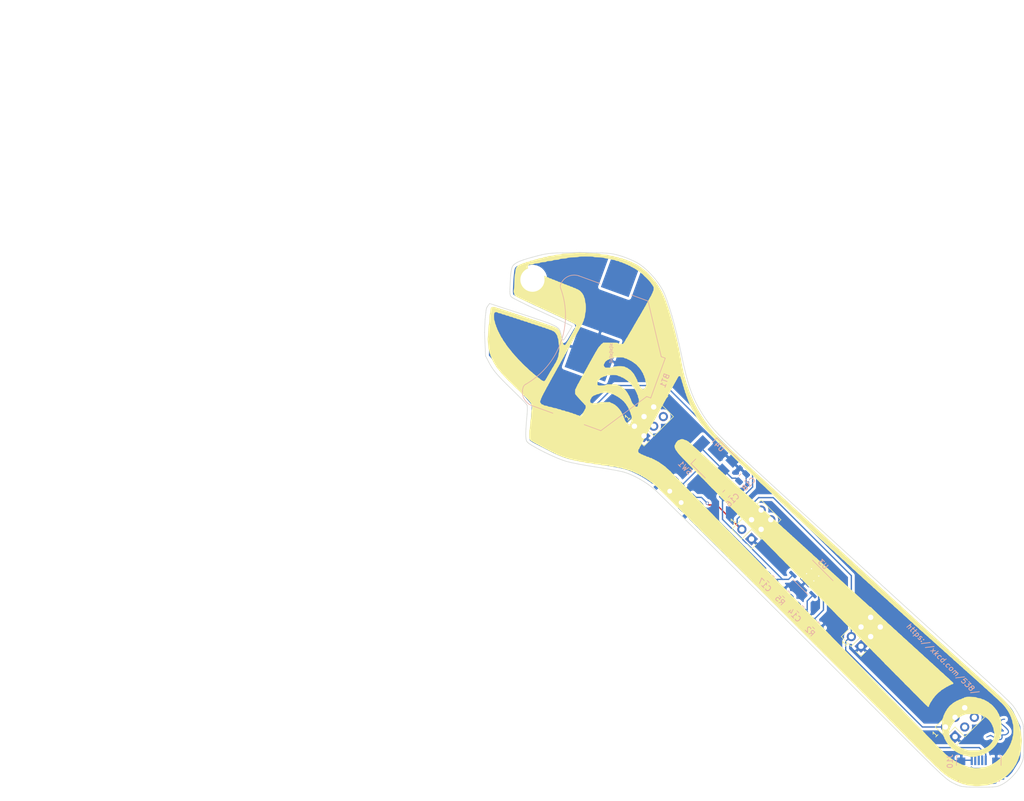
<source format=kicad_pcb>
(kicad_pcb (version 20171130) (host pcbnew 5.1.2)
  (layers (0 F.Cu signal) (31 B.Cu signal) (34 B.Paste user) (35 F.Paste user) (36 B.SilkS user) (37 F.SilkS user) (38 B.Mask user) (39 F.Mask user) (44 Edge.Cuts user))
  (net 0 "")
  (net 1 VDDA)
  (net 2 VSS)
  (net 3 "Net-(C14-Pad2)")
  (net 4 "Net-(C14-Pad1)")
  (net 5 +3V3)
  (net 6 "Net-(J1-Pad6)")
  (net 7 "Net-(J1-Pad5)")
  (net 8 "Net-(J1-Pad4)")
  (net 9 "Net-(J1-Pad3)")
  (net 10 VDD)
  (net 11 "Net-(J2-Pad3)")
  (net 12 "Net-(J2-Pad4)")
  (net 13 "Net-(J2-Pad5)")
  (net 14 "Net-(J2-Pad6)")
  (net 15 "Net-(J3-Pad3)")
  (net 16 "Net-(J3-Pad4)")
  (net 17 "Net-(J3-Pad5)")
  (net 18 "Net-(J3-Pad6)")
  (net 19 "Net-(J4-Pad6)")
  (net 20 "Net-(J4-Pad5)")
  (net 21 "Net-(J4-Pad4)")
  (net 22 "Net-(J4-Pad3)")
  (net 23 "Net-(J10-Pad4)")
  (net 24 "Net-(J10-Pad2)")
  (net 25 "Net-(J10-Pad3)")
  (net 26 "Net-(R2-Pad1)")
  (net 27 "Net-(SW1-Pad1)")
  (net 28 "Net-(U3-Pad6)")
  (net 29 "Net-(U3-Pad7)")
  (module MountingHole:MountingHole_4.5mm (layer F.Cu) (at 96.32 50.68)
    (fp_text reference REF** hide)
    (fp_text value MountingHole_4.5mm)
    (pad 1 np_thru_hole circle (at 0 0) (size 4.5 4.5) (drill 4.5) (layers *.Cu *.Mask))
  )
  (module NFCBuisness:W (layer B.Cu) (at 183.99 135.67 225)
    (fp_text reference Ref** hide)
    (fp_text value Val** hide)
    (fp_poly (pts (xy -1.630587 2.420899) (xy -1.447524 2.328559) (xy -1.311592 2.194757) (xy -1.304211 2.183555) (xy -1.265704 2.11344) (xy -1.244213 2.038839) (xy -1.23774 1.938094) (xy -1.244287 1.789546) (xy -1.255088 1.651) (xy -1.268682 1.442824) (xy -1.279873 1.184894) (xy -1.287394 0.912114) (xy -1.289962 0.690936) (xy -1.289221 0.458958) (xy -1.284387 0.294975) (xy -1.273305 0.182336) (xy -1.25382 0.10439) (xy -1.223775 0.044488) (xy -1.202268 0.013603) (xy -1.116398 -0.071274) (xy -1.002822 -0.111004) (xy -0.929984 -0.119227) (xy -0.68211 -0.100096) (xy -0.454281 -0.00289) (xy -0.240656 0.175182) (xy -0.185776 0.236175) (xy -0.081108 0.349759) (xy 0.009066 0.431822) (xy 0.066141 0.465547) (xy 0.068112 0.465666) (xy 0.123755 0.432548) (xy 0.197182 0.348904) (xy 0.229505 0.301607) (xy 0.376869 0.110873) (xy 0.526913 -0.003226) (xy 0.674284 -0.03902) (xy 0.813631 0.005163) (xy 0.907971 0.089777) (xy 0.988653 0.198585) (xy 1.058934 0.326542) (xy 1.126082 0.490779) (xy 1.197364 0.708426) (xy 1.255985 0.910166) (xy 1.31545 1.12099) (xy 1.377683 1.340443) (xy 1.431333 1.528529) (xy 1.442246 1.566558) (xy 1.521416 1.84195) (xy 1.949565 2.005418) (xy 2.167567 2.084028) (xy 2.315998 2.126297) (xy 2.401001 2.133773) (xy 2.422145 2.124455) (xy 2.452677 2.065526) (xy 2.41974 2.005855) (xy 2.317286 1.940366) (xy 2.13927 1.863979) (xy 2.089887 1.8454) (xy 1.930263 1.78316) (xy 1.799296 1.726134) (xy 1.71927 1.684217) (xy 1.708527 1.676067) (xy 1.680315 1.619963) (xy 1.636526 1.498254) (xy 1.582553 1.327363) (xy 1.52379 1.123712) (xy 1.507251 1.063196) (xy 1.396737 0.68139) (xy 1.290651 0.376432) (xy 1.184846 0.140938) (xy 1.075173 -0.032475) (xy 0.957485 -0.15119) (xy 0.827635 -0.222591) (xy 0.776069 -0.238398) (xy 0.602379 -0.241191) (xy 0.418574 -0.174646) (xy 0.246259 -0.047924) (xy 0.192569 0.009056) (xy 0.041511 0.185533) (xy -0.128458 0.008645) (xy -0.312966 -0.157866) (xy -0.496288 -0.260737) (xy -0.709082 -0.314778) (xy -0.823587 -0.327186) (xy -0.981029 -0.333485) (xy -1.090094 -0.317957) (xy -1.185756 -0.27362) (xy -1.227666 -0.246552) (xy -1.355913 -0.118677) (xy -1.447302 0.068507) (xy -1.502345 0.318683) (xy -1.521551 0.635539) (xy -1.505431 1.022758) (xy -1.460818 1.436924) (xy -1.432055 1.688127) (xy -1.424811 1.871541) (xy -1.442863 2.002167) (xy -1.489991 2.095003) (xy -1.569973 2.165049) (xy -1.656298 2.212878) (xy -1.801342 2.257899) (xy -1.939703 2.239415) (xy -2.087459 2.15265) (xy -2.203421 2.05035) (xy -2.298884 1.96489) (xy -2.361491 1.934189) (xy -2.413708 1.94891) (xy -2.426473 1.957639) (xy -2.473927 2.002339) (xy -2.467648 2.051331) (xy -2.429475 2.110518) (xy -2.32004 2.223928) (xy -2.167499 2.330713) (xy -2.002595 2.413218) (xy -1.856072 2.453788) (xy -1.829026 2.455333) (xy -1.630587 2.420899)) (layer B.Cu) (width 0.01))
  )
  (module LOGO (layer F.Cu) (at 0 0)
    (fp_text reference G*** hide)
    (fp_text value LOGO hide)
  )
  (module LOGO (layer F.Cu) (at 136.7 96)
    (fp_text reference G*** hide)
    (fp_text value LOGO hide)
  )
  (module Battery:BatteryHolder_Keystone_3008_1x2450 (layer B.Cu) (at 107.432908 64.542703 70)
    (fp_text reference BT1 (at 0 14.4 70) (layer B.SilkS) (effects (justify mirror)))
    (fp_text value Battery_Cell)
    (pad 1 smd rect (at -15.3 0 70) (size 6 5.5) (layers B.Cu B.Paste B.Mask) (net 1 VDDA))
    (pad 1 smd rect (at 15.3 0 70) (size 6 5.5) (layers B.Cu B.Paste B.Mask))
    (pad 2 smd rect (at 0 0 70) (size 8 8) (layers B.Cu B.Mask) (net 2 VSS))
  )
  (module Capacitor_SMD:C_0805_2012Metric (layer B.Cu) (at 146.237087 112.037087 315)
    (fp_text reference C14 (at 0 1.65 135) (layer B.SilkS) (effects (justify mirror)))
    (fp_text value 10uF)
    (pad 2 smd roundrect (at 0.9375 0 315) (size 0.975 1.4) (layers B.Cu B.Paste B.Mask) (net 3 "Net-(C14-Pad2)"))
    (pad 1 smd roundrect (at -0.9375 0 315) (size 0.975 1.4) (layers B.Cu B.Paste B.Mask) (net 4 "Net-(C14-Pad1)"))
  )
  (module Capacitor_SMD:C_0805_2012Metric (layer B.Cu) (at 132.437087 90.562913 45)
    (fp_text reference C16 (at 0 1.65 45) (layer B.SilkS) (effects (justify mirror)))
    (fp_text value 1uF)
    (pad 1 smd roundrect (at -0.9375 0 45) (size 0.975 1.4) (layers B.Cu B.Paste B.Mask) (net 1 VDDA))
    (pad 2 smd roundrect (at 0.9375 0 45) (size 0.975 1.4) (layers B.Cu B.Paste B.Mask) (net 2 VSS))
  )
  (module Capacitor_SMD:C_0805_2012Metric (layer B.Cu) (at 140.7 106.4 315)
    (fp_text reference C17 (at 0 1.65 135) (layer B.SilkS) (effects (justify mirror)))
    (fp_text value 10uF)
    (pad 1 smd roundrect (at -0.9375 0 315) (size 0.975 1.4) (layers B.Cu B.Paste B.Mask) (net 2 VSS))
    (pad 2 smd roundrect (at 0.9375 0 315) (size 0.975 1.4) (layers B.Cu B.Paste B.Mask) (net 1 VDDA))
  )
  (module Capacitor_SMD:C_0805_2012Metric (layer B.Cu) (at 135.437087 87.562913 45)
    (fp_text reference C18 (at 0 1.65 45) (layer B.SilkS) (effects (justify mirror)))
    (fp_text value 1uF)
    (pad 2 smd roundrect (at 0.9375 0 45) (size 0.975 1.4) (layers B.Cu B.Paste B.Mask) (net 2 VSS))
    (pad 1 smd roundrect (at -0.9375 0 45) (size 0.975 1.4) (layers B.Cu B.Paste B.Mask) (net 5 +3V3))
  )
  (module Connector_PinHeader_2.54mm:PinHeader_2x03_P2.54mm_Vertical (layer F.Cu) (at 174.99 135.8 135)
    (fp_text reference J1 hide)
    (fp_text value Conn_02x03_Odd_Even)
    (pad 6 thru_hole oval (at 2.54 5.08 135) (size 1.7 1.7) (drill 1) (layers *.Cu *.Mask) (net 6 "Net-(J1-Pad6)"))
    (pad 5 thru_hole oval (at 0 5.08 135) (size 1.7 1.7) (drill 1) (layers *.Cu *.Mask) (net 7 "Net-(J1-Pad5)"))
    (pad 4 thru_hole oval (at 2.54 2.54 135) (size 1.7 1.7) (drill 1) (layers *.Cu *.Mask) (net 8 "Net-(J1-Pad4)"))
    (pad 3 thru_hole oval (at 0 2.54 135) (size 1.7 1.7) (drill 1) (layers *.Cu *.Mask) (net 9 "Net-(J1-Pad3)"))
    (pad 2 thru_hole oval (at 2.54 0 135) (size 1.7 1.7) (drill 1) (layers *.Cu *.Mask) (net 10 VDD))
    (pad 1 thru_hole rect (at 0 0 135) (size 1.7 1.7) (drill 1) (layers *.Cu *.Mask) (net 2 VSS))
  )
  (module Connector_PinHeader_2.54mm:PinHeader_2x03_P2.54mm_Vertical (layer F.Cu) (at 137.1 98.982102 135)
    (fp_text reference J2 hide)
    (fp_text value Conn_02x03_Odd_Even)
    (pad 1 thru_hole rect (at 0 0 135) (size 1.7 1.7) (drill 1) (layers *.Cu *.Mask) (net 2 VSS))
    (pad 2 thru_hole oval (at 2.54 0 135) (size 1.7 1.7) (drill 1) (layers *.Cu *.Mask) (net 10 VDD))
    (pad 3 thru_hole oval (at 0 2.54 135) (size 1.7 1.7) (drill 1) (layers *.Cu *.Mask) (net 11 "Net-(J2-Pad3)"))
    (pad 4 thru_hole oval (at 2.54 2.54 135) (size 1.7 1.7) (drill 1) (layers *.Cu *.Mask) (net 12 "Net-(J2-Pad4)"))
    (pad 5 thru_hole oval (at 0 5.08 135) (size 1.7 1.7) (drill 1) (layers *.Cu *.Mask) (net 13 "Net-(J2-Pad5)"))
    (pad 6 thru_hole oval (at 2.54 5.08 135) (size 1.7 1.7) (drill 1) (layers *.Cu *.Mask) (net 14 "Net-(J2-Pad6)"))
  )
  (module Connector_PinHeader_2.54mm:PinHeader_2x03_P2.54mm_Vertical (layer F.Cu) (at 117.093949 79.776051 135)
    (fp_text reference J3 (at 1.27 -2.33 315) (layer F.SilkS))
    (fp_text value Conn_02x03_Odd_Even)
    (pad 1 thru_hole rect (at 0 0 135) (size 1.7 1.7) (drill 1) (layers *.Cu *.Mask) (net 2 VSS))
    (pad 2 thru_hole oval (at 2.54 0 135) (size 1.7 1.7) (drill 1) (layers *.Cu *.Mask) (net 10 VDD))
    (pad 3 thru_hole oval (at 0 2.54 135) (size 1.7 1.7) (drill 1) (layers *.Cu *.Mask) (net 15 "Net-(J3-Pad3)"))
    (pad 4 thru_hole oval (at 2.54 2.54 135) (size 1.7 1.7) (drill 1) (layers *.Cu *.Mask) (net 16 "Net-(J3-Pad4)"))
    (pad 5 thru_hole oval (at 0 5.08 135) (size 1.7 1.7) (drill 1) (layers *.Cu *.Mask) (net 17 "Net-(J3-Pad5)"))
    (pad 6 thru_hole oval (at 2.54 5.08 135) (size 1.7 1.7) (drill 1) (layers *.Cu *.Mask) (net 18 "Net-(J3-Pad6)"))
  )
  (module Connector_PinHeader_2.54mm:PinHeader_2x03_P2.54mm_Vertical (layer F.Cu) (at 157.483949 118.966051 135)
    (fp_text reference J4 hide)
    (fp_text value Conn_02x03_Odd_Even)
    (pad 6 thru_hole oval (at 2.54 5.08 135) (size 1.7 1.7) (drill 1) (layers *.Cu *.Mask) (net 19 "Net-(J4-Pad6)"))
    (pad 5 thru_hole oval (at 0 5.08 135) (size 1.7 1.7) (drill 1) (layers *.Cu *.Mask) (net 20 "Net-(J4-Pad5)"))
    (pad 4 thru_hole oval (at 2.54 2.54 135) (size 1.7 1.7) (drill 1) (layers *.Cu *.Mask) (net 21 "Net-(J4-Pad4)"))
    (pad 3 thru_hole oval (at 0 2.54 135) (size 1.7 1.7) (drill 1) (layers *.Cu *.Mask) (net 22 "Net-(J4-Pad3)"))
    (pad 2 thru_hole oval (at 2.54 0 135) (size 1.7 1.7) (drill 1) (layers *.Cu *.Mask) (net 10 VDD))
    (pad 1 thru_hole rect (at 0 0 135) (size 1.7 1.7) (drill 1) (layers *.Cu *.Mask) (net 2 VSS))
  )
  (module CH552:USB_Micro-B_Jing (layer B.Cu) (at 179.4 142.3 180)
    (fp_text reference J10 (at 5.35 1.9 90) (layer B.SilkS) (effects (justify mirror)))
    (fp_text value USB_B_Micro)
    (pad 6 smd rect (at 1.5 -1.95 180) (size 1.1 1) (layers B.Cu B.Paste B.Mask) (net 2 VSS))
    (pad 6 smd rect (at -1.5 -1.95 180) (size 1.1 1) (layers B.Cu B.Paste B.Mask) (net 2 VSS))
    (pad 6 smd rect (at 4.075 -0.77 180) (size 1.35 1.5) (layers B.Cu B.Paste B.Mask) (net 2 VSS))
    (pad 6 smd rect (at -4.075 -0.77 180) (size 1.35 1.5) (layers B.Cu B.Paste B.Mask) (net 2 VSS))
    (pad "" np_thru_hole circle (at 2 1.45 180) (size 0.5 0.5) (drill 0.5) (layers *.Cu *.Mask))
    (pad "" np_thru_hole circle (at -2 1.45 180) (size 0.5 0.5) (drill 0.5) (layers *.Cu *.Mask))
    (pad 5 smd rect (at 1.3 2.1 180) (size 0.4 1.8) (layers B.Cu B.Paste B.Mask) (net 2 VSS))
    (pad 1 smd rect (at -1.3 2.1 180) (size 0.4 1.8) (layers B.Cu B.Paste B.Mask) (net 3 "Net-(C14-Pad2)"))
    (pad 4 smd rect (at 0.65 2.1 180) (size 0.4 1.8) (layers B.Cu B.Paste B.Mask) (net 23 "Net-(J10-Pad4)"))
    (pad 2 smd rect (at -0.65 2.1 180) (size 0.4 1.8) (layers B.Cu B.Paste B.Mask) (net 24 "Net-(J10-Pad2)"))
    (pad 3 smd rect (at 0 2.1 180) (size 0.4 1.8) (layers B.Cu B.Paste B.Mask) (net 25 "Net-(J10-Pad3)"))
    (pad 6 smd rect (at 3.25 1.9 180) (size 1.5 1.4) (layers B.Cu B.Paste B.Mask) (net 2 VSS))
    (pad 6 smd rect (at -3.25 1.9 180) (size 1.5 1.4) (layers B.Cu B.Paste B.Mask) (net 2 VSS))
  )
  (module Resistor_SMD:R_0805_2012Metric (layer B.Cu) (at 149.137087 115.037087 315)
    (fp_text reference R2 (at 0 1.65 135) (layer B.SilkS) (effects (justify mirror)))
    (fp_text value 1k)
    (pad 1 smd roundrect (at -0.9375 0 315) (size 0.975 1.4) (layers B.Cu B.Paste B.Mask) (net 26 "Net-(R2-Pad1)"))
    (pad 2 smd roundrect (at 0.9375 0 315) (size 0.975 1.4) (layers B.Cu B.Paste B.Mask) (net 2 VSS))
  )
  (module Resistor_SMD:R_0805_2012Metric (layer B.Cu) (at 143.562913 109.262913 315)
    (fp_text reference R5 (at 0 1.65 135) (layer B.SilkS) (effects (justify mirror)))
    (fp_text value 1.5)
    (pad 2 smd roundrect (at 0.9375 0 315) (size 0.975 1.4) (layers B.Cu B.Paste B.Mask) (net 4 "Net-(C14-Pad1)"))
    (pad 1 smd roundrect (at -0.9375 0 315) (size 0.975 1.4) (layers B.Cu B.Paste B.Mask) (net 2 VSS))
  )
  (module BreadBoardPwr:SK-3296S_switch (layer B.Cu) (at 122.93934 91.13934 315)
    (fp_text reference SW1 (at -2.54 -5.08 135) (layer B.SilkS) (effects (justify mirror)))
    (fp_text value SW_SPDT)
    (pad 4 smd rect (at -3.8 1.15 315) (size 0.8 0.9) (layers B.Cu B.Paste B.Mask))
    (pad 4 smd rect (at 3.8 1.15 315) (size 0.8 0.9) (layers B.Cu B.Paste B.Mask))
    (pad 4 smd rect (at 3.81 -1.15 315) (size 0.8 0.9) (layers B.Cu B.Paste B.Mask))
    (pad 4 smd rect (at -3.8 -1.15 315) (size 0.8 0.9) (layers B.Cu B.Paste B.Mask))
    (pad 1 smd rect (at -2.25 -2.125 315) (size 0.9 1.25) (layers B.Cu B.Paste B.Mask) (net 27 "Net-(SW1-Pad1)"))
    (pad 2 smd rect (at -0.75 -2.125 315) (size 0.9 1.25) (layers B.Cu B.Paste B.Mask) (net 5 +3V3))
    (pad 3 smd rect (at 2.25 -2.125 315) (size 0.9 1.25) (layers B.Cu B.Paste B.Mask) (net 10 VDD))
    (pad "" np_thru_hole circle (at 1.5 0 315) (size 0.9 0.9) (drill 0.9) (layers *.Cu *.Mask))
    (pad "" np_thru_hole circle (at -1.5 0 315) (size 0.9 0.9) (drill 0.9) (layers *.Cu *.Mask))
  )
  (module Package_SO:HSOP-8-1EP_3.9x4.9mm_P1.27mm_EP2.41x3.1mm_ThermalVias (layer B.Cu) (at 148.02482 106.122846 135)
    (fp_text reference U3 (at 0 3.4 135) (layer B.SilkS) (effects (justify mirror)))
    (fp_text value HX4056)
    (pad 9 smd roundrect (at 0 0 135) (size 2.41 3.1) (layers B.Cu B.Mask) (roundrect_rratio 0.103734) (net 2 VSS))
    (pad 9 thru_hole circle (at -0.955 1.3 135) (size 0.5 0.5) (drill 0.2) (layers *.Cu) (net 2 VSS))
    (pad 9 thru_hole circle (at 0.955 1.3 135) (size 0.5 0.5) (drill 0.2) (layers *.Cu) (net 2 VSS))
    (pad 9 thru_hole circle (at -0.955 0 135) (size 0.5 0.5) (drill 0.2) (layers *.Cu) (net 2 VSS))
    (pad 9 thru_hole circle (at 0.955 0 135) (size 0.5 0.5) (drill 0.2) (layers *.Cu) (net 2 VSS))
    (pad 9 thru_hole circle (at -0.955 -1.3 135) (size 0.5 0.5) (drill 0.2) (layers *.Cu) (net 2 VSS))
    (pad 9 thru_hole circle (at 0.955 -1.3 135) (size 0.5 0.5) (drill 0.2) (layers *.Cu) (net 2 VSS))
    (pad 9 smd roundrect (at 0 0 135) (size 2.41 3.1) (layers F.Cu) (roundrect_rratio 0.103734) (net 2 VSS))
    (pad 1 smd roundrect (at -2.65 1.905 135) (size 1.6 0.6) (layers B.Cu B.Paste B.Mask))
    (pad 2 smd roundrect (at -2.65 0.635 135) (size 1.6 0.6) (layers B.Cu B.Paste B.Mask) (net 26 "Net-(R2-Pad1)"))
    (pad 3 smd roundrect (at -2.65 -0.635 135) (size 1.6 0.6) (layers B.Cu B.Paste B.Mask) (net 2 VSS))
    (pad 4 smd roundrect (at -2.65 -1.905 135) (size 1.6 0.6) (layers B.Cu B.Paste B.Mask) (net 3 "Net-(C14-Pad2)"))
    (pad 5 smd roundrect (at 2.65 -1.905 135) (size 1.6 0.6) (layers B.Cu B.Paste B.Mask) (net 1 VDDA))
    (pad 6 smd roundrect (at 2.65 -0.635 135) (size 1.6 0.6) (layers B.Cu B.Paste B.Mask) (net 28 "Net-(U3-Pad6)"))
    (pad 7 smd roundrect (at 2.65 0.635 135) (size 1.6 0.6) (layers B.Cu B.Paste B.Mask) (net 29 "Net-(U3-Pad7)"))
    (pad 8 smd roundrect (at 2.65 1.905 135) (size 1.6 0.6) (layers B.Cu B.Paste B.Mask))
  )
  (module Package_TO_SOT_SMD:SOT-223-3_TabPin2 (layer B.Cu) (at 129.6 83.9 135)
    (fp_text reference U4 (at 0.424264 2.545584 135) (layer B.SilkS) (effects (justify mirror)))
    (fp_text value TLV1117-33)
    (pad 2 smd rect (at 3.15 0 135) (size 2 3.8) (layers B.Cu B.Paste B.Mask) (net 5 +3V3))
    (pad 2 smd rect (at -3.15 0 135) (size 2 1.5) (layers B.Cu B.Paste B.Mask) (net 5 +3V3))
    (pad 3 smd rect (at -3.15 -2.3 135) (size 2 1.5) (layers B.Cu B.Paste B.Mask) (net 1 VDDA))
    (pad 1 smd rect (at -3.15 2.3 135) (size 2 1.5) (layers B.Cu B.Paste B.Mask) (net 2 VSS))
  )
  (gr_text https://xkcd.com/538/ (at 172.62 121.38 315) (layer B.SilkS) (effects (font (size 1 1) (thickness 0.15) italic)))
  (gr_text 1 (at 113.98 76.32 45) (layer F.SilkS) (effects (font (size 1 1))))
  (gr_text 1 (at 133.69 95.64 45) (layer F.SilkS) (effects (font (size 1 1))))
  (gr_text 1 (at 154.44 118.44 45) (layer F.SilkS) (effects (font (size 1 1))))
  (gr_text 1 (at 171.28 135.32 45) (layer F.SilkS) (effects (font (size 1 1))))
  (gr_text jlcjlcjlcjlc (at 110.94 64.34 90) (layer B.SilkS) (effects (font (size 0.5 0.5) (thickness 0.1))))
  (gr_text "1\n" (at 121.01 72.26 45) (layer F.SilkS) (effects (font (size 1 1))))
  (gr_line (start 109.479013 85.788962) (end 107.918388 85.542682) (layer Edge.Cuts) (width 0.1))
  (gr_line (start 175.182541 144.69739) (end 174.542667 144.396244) (layer Edge.Cuts) (width 0.1))
  (gr_line (start 174.542667 144.396244) (end 174.248565 144.237975) (layer Edge.Cuts) (width 0.1))
  (gr_line (start 174.248565 144.237975) (end 173.93922 144.044209) (layer Edge.Cuts) (width 0.1))
  (gr_line (start 173.93922 144.044209) (end 173.590283 143.792169) (layer Edge.Cuts) (width 0.1))
  (gr_line (start 173.590283 143.792169) (end 173.177404 143.45908) (layer Edge.Cuts) (width 0.1))
  (gr_line (start 173.177404 143.45908) (end 172.676235 143.022168) (layer Edge.Cuts) (width 0.1))
  (gr_line (start 172.676235 143.022168) (end 172.062426 142.458656) (layer Edge.Cuts) (width 0.1))
  (gr_line (start 172.062426 142.458656) (end 170.39949 140.860734) (layer Edge.Cuts) (width 0.1))
  (gr_line (start 170.39949 140.860734) (end 167.993802 138.483111) (layer Edge.Cuts) (width 0.1))
  (gr_line (start 167.993802 138.483111) (end 160.174991 130.659951) (layer Edge.Cuts) (width 0.1))
  (gr_line (start 160.174991 130.659951) (end 147.062225 117.546753) (layer Edge.Cuts) (width 0.1))
  (gr_line (start 147.062225 117.546753) (end 134.442809 104.967257) (layer Edge.Cuts) (width 0.1))
  (gr_line (start 134.442809 104.967257) (end 124.480119 95.074327) (layer Edge.Cuts) (width 0.1))
  (gr_line (start 124.480119 95.074327) (end 121.171101 91.808095) (layer Edge.Cuts) (width 0.1))
  (gr_line (start 121.171101 91.808095) (end 119.337528 90.020828) (layer Edge.Cuts) (width 0.1))
  (gr_line (start 119.337528 90.020828) (end 119.020774 89.731151) (layer Edge.Cuts) (width 0.1))
  (gr_line (start 119.020774 89.731151) (end 118.681037 89.443021) (layer Edge.Cuts) (width 0.1))
  (gr_line (start 118.681037 89.443021) (end 117.943692 88.8777) (layer Edge.Cuts) (width 0.1))
  (gr_line (start 117.943692 88.8777) (end 117.147637 88.337455) (layer Edge.Cuts) (width 0.1))
  (gr_line (start 117.147637 88.337455) (end 116.315017 87.834877) (layer Edge.Cuts) (width 0.1))
  (gr_line (start 116.315017 87.834877) (end 115.467978 87.382554) (layer Edge.Cuts) (width 0.1))
  (gr_line (start 115.467978 87.382554) (end 114.628665 86.993077) (layer Edge.Cuts) (width 0.1))
  (gr_line (start 114.628665 86.993077) (end 114.218826 86.82584) (layer Edge.Cuts) (width 0.1))
  (gr_line (start 114.218826 86.82584) (end 113.819223 86.679036) (layer Edge.Cuts) (width 0.1))
  (gr_line (start 113.819223 86.679036) (end 113.432624 86.554238) (layer Edge.Cuts) (width 0.1))
  (gr_line (start 113.432624 86.554238) (end 113.061798 86.453021) (layer Edge.Cuts) (width 0.1))
  (gr_line (start 113.061798 86.453021) (end 112.219485 86.274002) (layer Edge.Cuts) (width 0.1))
  (gr_line (start 112.219485 86.274002) (end 110.968968 86.042693) (layer Edge.Cuts) (width 0.1))
  (gr_line (start 110.968968 86.042693) (end 109.479013 85.788962) (layer Edge.Cuts) (width 0.1))
  (gr_line (start 107.918388 85.542682) (end 106.347884 85.288754) (layer Edge.Cuts) (width 0.1))
  (gr_line (start 106.347884 85.288754) (end 104.831032 85.0142) (layer Edge.Cuts) (width 0.1))
  (gr_line (start 104.831032 85.0142) (end 103.540708 84.752071) (layer Edge.Cuts) (width 0.1))
  (gr_line (start 103.540708 84.752071) (end 102.649788 84.535418) (layer Edge.Cuts) (width 0.1))
  (gr_line (start 102.649788 84.535418) (end 102.002139 84.323233) (layer Edge.Cuts) (width 0.1))
  (gr_line (start 102.002139 84.323233) (end 101.23848 84.03115) (layer Edge.Cuts) (width 0.1))
  (gr_line (start 101.23848 84.03115) (end 100.392933 83.675095) (layer Edge.Cuts) (width 0.1))
  (gr_line (start 100.392933 83.675095) (end 99.499621 83.270996) (layer Edge.Cuts) (width 0.1))
  (gr_line (start 99.499621 83.270996) (end 98.592667 82.834782) (layer Edge.Cuts) (width 0.1))
  (gr_line (start 98.592667 82.834782) (end 97.706195 82.382378) (layer Edge.Cuts) (width 0.1))
  (gr_line (start 97.706195 82.382378) (end 96.874328 81.929713) (layer Edge.Cuts) (width 0.1))
  (gr_line (start 96.874328 81.929713) (end 96.131188 81.492715) (layer Edge.Cuts) (width 0.1))
  (gr_line (start 96.131188 81.492715) (end 95.82224 81.298176) (layer Edge.Cuts) (width 0.1))
  (gr_line (start 95.82224 81.298176) (end 95.584605 81.133278) (layer Edge.Cuts) (width 0.1))
  (gr_line (start 95.584605 81.133278) (end 95.40802 80.982318) (layer Edge.Cuts) (width 0.1))
  (gr_line (start 95.40802 80.982318) (end 95.28222 80.829596) (layer Edge.Cuts) (width 0.1))
  (gr_line (start 95.28222 80.829596) (end 95.196942 80.65941) (layer Edge.Cuts) (width 0.1))
  (gr_line (start 95.196942 80.65941) (end 95.141922 80.456058) (layer Edge.Cuts) (width 0.1))
  (gr_line (start 95.141922 80.456058) (end 95.106895 80.203838) (layer Edge.Cuts) (width 0.1))
  (gr_line (start 95.106895 80.203838) (end 95.081598 79.88705) (layer Edge.Cuts) (width 0.1))
  (gr_line (start 95.081598 79.88705) (end 95.073813 79.320306) (layer Edge.Cuts) (width 0.1))
  (gr_line (start 95.073813 79.320306) (end 95.102345 78.516432) (layer Edge.Cuts) (width 0.1))
  (gr_line (start 95.102345 78.516432) (end 95.161774 77.582451) (layer Edge.Cuts) (width 0.1))
  (gr_line (start 95.161774 77.582451) (end 95.246678 76.625385) (layer Edge.Cuts) (width 0.1))
  (gr_line (start 95.246678 76.625385) (end 95.324746 75.714719) (layer Edge.Cuts) (width 0.1))
  (gr_line (start 95.324746 75.714719) (end 95.363381 74.925799) (layer Edge.Cuts) (width 0.1))
  (gr_line (start 95.363381 74.925799) (end 95.360514 74.338551) (layer Edge.Cuts) (width 0.1))
  (gr_line (start 95.360514 74.338551) (end 95.342871 74.145531) (layer Edge.Cuts) (width 0.1))
  (gr_line (start 95.342871 74.145531) (end 95.314078 74.0329) (layer Edge.Cuts) (width 0.1))
  (gr_line (start 95.314078 74.0329) (end 95.22879 73.915973) (layer Edge.Cuts) (width 0.1))
  (gr_line (start 95.22879 73.915973) (end 95.04846 73.709327) (layer Edge.Cuts) (width 0.1))
  (gr_line (start 95.04846 73.709327) (end 94.447283 73.072871) (layer Edge.Cuts) (width 0.1))
  (gr_line (start 94.447283 73.072871) (end 93.599761 72.215525) (layer Edge.Cuts) (width 0.1))
  (gr_line (start 93.599761 72.215525) (end 92.595108 71.229281) (layer Edge.Cuts) (width 0.1))
  (gr_line (start 92.595108 71.229281) (end 91.61169 70.268944) (layer Edge.Cuts) (width 0.1))
  (gr_line (start 91.61169 70.268944) (end 90.804108 69.458792) (layer Edge.Cuts) (width 0.1))
  (gr_line (start 90.804108 69.458792) (end 90.145853 68.767509) (layer Edge.Cuts) (width 0.1))
  (gr_line (start 90.145853 68.767509) (end 89.610417 68.163781) (layer Edge.Cuts) (width 0.1))
  (gr_line (start 89.610417 68.163781) (end 89.171289 67.616293) (layer Edge.Cuts) (width 0.1))
  (gr_line (start 89.171289 67.616293) (end 88.801961 67.093731) (layer Edge.Cuts) (width 0.1))
  (gr_line (start 88.801961 67.093731) (end 88.475923 66.56478) (layer Edge.Cuts) (width 0.1))
  (gr_line (start 88.475923 66.56478) (end 88.166668 65.998125) (layer Edge.Cuts) (width 0.1))
  (gr_line (start 88.166668 65.998125) (end 87.589228 64.887008) (layer Edge.Cuts) (width 0.1))
  (gr_line (start 87.589228 64.887008) (end 87.4 60.522726) (layer Edge.Cuts) (width 0.1))
  (gr_line (start 87.4 60.522726) (end 87.5 58.1) (layer Edge.Cuts) (width 0.1))
  (gr_line (start 87.5 58.1) (end 87.58 57.360704) (layer Edge.Cuts) (width 0.1))
  (gr_line (start 87.58 57.360704) (end 87.646634 56.771653) (layer Edge.Cuts) (width 0.1))
  (gr_line (start 87.646634 56.771653) (end 87.693191 56.346067) (layer Edge.Cuts) (width 0.1))
  (gr_line (start 87.693191 56.346067) (end 87.758883 56.042534) (layer Edge.Cuts) (width 0.1))
  (gr_line (start 87.758883 56.042534) (end 87.846887 55.819647) (layer Edge.Cuts) (width 0.1))
  (gr_line (start 87.846887 55.819647) (end 87.960378 55.635995) (layer Edge.Cuts) (width 0.1))
  (gr_line (start 87.960378 55.635995) (end 88.334378 55.113545) (layer Edge.Cuts) (width 0.1))
  (gr_line (start 88.334378 55.113545) (end 92.920828 56.612174) (layer Edge.Cuts) (width 0.1))
  (gr_line (start 92.920828 56.612174) (end 95.782336 57.547913) (layer Edge.Cuts) (width 0.1))
  (gr_line (start 95.782336 57.547913) (end 97.911532 58.260363) (layer Edge.Cuts) (width 0.1))
  (gr_line (start 97.911532 58.260363) (end 98.737304 58.551352) (layer Edge.Cuts) (width 0.1))
  (gr_line (start 98.737304 58.551352) (end 99.422949 58.808716) (layer Edge.Cuts) (width 0.1))
  (gr_line (start 99.422949 58.808716) (end 99.982782 59.039855) (layer Edge.Cuts) (width 0.1))
  (gr_line (start 99.982782 59.039855) (end 100.431121 59.252166) (layer Edge.Cuts) (width 0.1))
  (gr_line (start 100.431121 59.252166) (end 100.782281 59.45305) (layer Edge.Cuts) (width 0.1))
  (gr_line (start 100.782281 59.45305) (end 101.050579 59.649906) (layer Edge.Cuts) (width 0.1))
  (gr_line (start 101.050579 59.649906) (end 101.250333 59.850132) (layer Edge.Cuts) (width 0.1))
  (gr_line (start 101.250333 59.850132) (end 101.395858 60.061127) (layer Edge.Cuts) (width 0.1))
  (gr_line (start 101.395858 60.061127) (end 101.501472 60.290292) (layer Edge.Cuts) (width 0.1))
  (gr_line (start 101.501472 60.290292) (end 101.58149 60.545024) (layer Edge.Cuts) (width 0.1))
  (gr_line (start 101.58149 60.545024) (end 101.722008 61.160788) (layer Edge.Cuts) (width 0.1))
  (gr_line (start 101.722008 61.160788) (end 101.8063 61.527729) (layer Edge.Cuts) (width 0.1))
  (gr_line (start 101.8063 61.527729) (end 101.881838 61.78247) (layer Edge.Cuts) (width 0.1))
  (gr_line (start 101.881838 61.78247) (end 101.920988 61.865528) (layer Edge.Cuts) (width 0.1))
  (gr_line (start 101.920988 61.865528) (end 101.963545 61.91785) (layer Edge.Cuts) (width 0.1))
  (gr_line (start 101.963545 61.91785) (end 102.011374 61.938542) (layer Edge.Cuts) (width 0.1))
  (gr_line (start 102.011374 61.938542) (end 102.066339 61.926708) (layer Edge.Cuts) (width 0.1))
  (gr_line (start 102.066339 61.926708) (end 102.130307 61.881452) (layer Edge.Cuts) (width 0.1))
  (gr_line (start 102.130307 61.881452) (end 102.205141 61.80188) (layer Edge.Cuts) (width 0.1))
  (gr_line (start 102.205141 61.80188) (end 102.394872 61.536206) (layer Edge.Cuts) (width 0.1))
  (gr_line (start 102.394872 61.536206) (end 102.986798 60.553668) (layer Edge.Cuts) (width 0.1))
  (gr_line (start 102.986798 60.553668) (end 103.705828 59.331441) (layer Edge.Cuts) (width 0.1))
  (gr_line (start 103.705828 59.331441) (end 102.963988 58.966699) (layer Edge.Cuts) (width 0.1))
  (gr_line (start 102.963988 58.966699) (end 101.055075 58.073846) (layer Edge.Cuts) (width 0.1))
  (gr_line (start 101.055075 58.073846) (end 97.507278 56.43939) (layer Edge.Cuts) (width 0.1))
  (gr_line (start 97.507278 56.43939) (end 95.647504 55.571178) (layer Edge.Cuts) (width 0.1))
  (gr_line (start 95.647504 55.571178) (end 94.069151 54.805864) (layer Edge.Cuts) (width 0.1))
  (gr_line (start 94.069151 54.805864) (end 92.939016 54.226276) (layer Edge.Cuts) (width 0.1))
  (gr_line (start 92.939016 54.226276) (end 92.594155 54.032012) (layer Edge.Cuts) (width 0.1))
  (gr_line (start 92.594155 54.032012) (end 92.423898 53.915239) (layer Edge.Cuts) (width 0.1))
  (gr_line (start 92.423898 53.915239) (end 92.312822 53.791442) (layer Edge.Cuts) (width 0.1))
  (gr_line (start 92.312822 53.791442) (end 92.228924 53.650236) (layer Edge.Cuts) (width 0.1))
  (gr_line (start 92.228924 53.650236) (end 92.170156 53.467903) (layer Edge.Cuts) (width 0.1))
  (gr_line (start 92.170156 53.467903) (end 92.134471 53.220725) (layer Edge.Cuts) (width 0.1))
  (gr_line (start 92.134471 53.220725) (end 92.11982 52.884983) (layer Edge.Cuts) (width 0.1))
  (gr_line (start 92.11982 52.884983) (end 92.124156 52.436959) (layer Edge.Cuts) (width 0.1))
  (gr_line (start 92.124156 52.436959) (end 92.181598 51.109193) (layer Edge.Cuts) (width 0.1))
  (gr_line (start 92.181598 51.109193) (end 92.259018 49.928279) (layer Edge.Cuts) (width 0.1))
  (gr_line (start 92.259018 49.928279) (end 92.304738 49.467996) (layer Edge.Cuts) (width 0.1))
  (gr_line (start 92.304738 49.467996) (end 92.356949 49.083109) (layer Edge.Cuts) (width 0.1))
  (gr_line (start 92.356949 49.083109) (end 92.417015 48.765075) (layer Edge.Cuts) (width 0.1))
  (gr_line (start 92.417015 48.765075) (end 92.4863 48.505354) (layer Edge.Cuts) (width 0.1))
  (gr_line (start 92.4863 48.505354) (end 92.566166 48.295404) (layer Edge.Cuts) (width 0.1))
  (gr_line (start 92.566166 48.295404) (end 92.657978 48.126685) (layer Edge.Cuts) (width 0.1))
  (gr_line (start 92.657978 48.126685) (end 92.745411 48.00871) (layer Edge.Cuts) (width 0.1))
  (gr_line (start 92.745411 48.00871) (end 92.853125 47.893403) (layer Edge.Cuts) (width 0.1))
  (gr_line (start 92.853125 47.893403) (end 92.982572 47.780171) (layer Edge.Cuts) (width 0.1))
  (gr_line (start 92.982572 47.780171) (end 93.135203 47.66842) (layer Edge.Cuts) (width 0.1))
  (gr_line (start 93.135203 47.66842) (end 93.515824 47.446986) (layer Edge.Cuts) (width 0.1))
  (gr_line (start 93.515824 47.446986) (end 94.006603 47.224353) (layer Edge.Cuts) (width 0.1))
  (gr_line (start 94.006603 47.224353) (end 94.619154 46.995769) (layer Edge.Cuts) (width 0.1))
  (gr_line (start 94.619154 46.995769) (end 95.365091 46.756485) (layer Edge.Cuts) (width 0.1))
  (gr_line (start 95.365091 46.756485) (end 96.256027 46.501753) (layer Edge.Cuts) (width 0.1))
  (gr_line (start 96.256027 46.501753) (end 97.303578 46.226821) (layer Edge.Cuts) (width 0.1))
  (gr_line (start 97.303578 46.226821) (end 98.022275 46.050636) (layer Edge.Cuts) (width 0.1))
  (gr_line (start 98.022275 46.050636) (end 98.663394 45.915599) (layer Edge.Cuts) (width 0.1))
  (gr_line (start 98.663394 45.915599) (end 99.302603 45.81627) (layer Edge.Cuts) (width 0.1))
  (gr_line (start 99.302603 45.81627) (end 100.015568 45.747205) (layer Edge.Cuts) (width 0.1))
  (gr_line (start 100.015568 45.747205) (end 100.877955 45.702961) (layer Edge.Cuts) (width 0.1))
  (gr_line (start 100.877955 45.702961) (end 101.965432 45.678097) (layer Edge.Cuts) (width 0.1))
  (gr_line (start 101.965432 45.678097) (end 105.118318 45.6) (layer Edge.Cuts) (width 0.1))
  (gr_line (start 105.118318 45.6) (end 108.268422 45.677447) (layer Edge.Cuts) (width 0.1))
  (gr_line (start 108.268422 45.677447) (end 109.341145 45.701275) (layer Edge.Cuts) (width 0.1))
  (gr_line (start 109.341145 45.701275) (end 110.176492 45.743808) (layer Edge.Cuts) (width 0.1))
  (gr_line (start 110.176492 45.743808) (end 110.847596 45.81034) (layer Edge.Cuts) (width 0.1))
  (gr_line (start 110.847596 45.81034) (end 111.427589 45.906163) (layer Edge.Cuts) (width 0.1))
  (gr_line (start 111.427589 45.906163) (end 111.989606 46.036571) (layer Edge.Cuts) (width 0.1))
  (gr_line (start 111.989606 46.036571) (end 112.606778 46.206856) (layer Edge.Cuts) (width 0.1))
  (gr_line (start 112.606778 46.206856) (end 113.015161 46.332918) (layer Edge.Cuts) (width 0.1))
  (gr_line (start 113.015161 46.332918) (end 113.451953 46.483693) (layer Edge.Cuts) (width 0.1))
  (gr_line (start 113.451953 46.483693) (end 114.35656 46.836698) (layer Edge.Cuts) (width 0.1))
  (gr_line (start 114.35656 46.836698) (end 115.212196 47.220499) (layer Edge.Cuts) (width 0.1))
  (gr_line (start 115.212196 47.220499) (end 115.587774 47.409768) (layer Edge.Cuts) (width 0.1))
  (gr_line (start 115.587774 47.409768) (end 115.910458 47.589722) (layer Edge.Cuts) (width 0.1))
  (gr_line (start 115.910458 47.589722) (end 116.23316 47.793056) (layer Edge.Cuts) (width 0.1))
  (gr_line (start 116.23316 47.793056) (end 116.560611 48.021633) (layer Edge.Cuts) (width 0.1))
  (gr_line (start 116.560611 48.021633) (end 116.890988 48.273454) (layer Edge.Cuts) (width 0.1))
  (gr_line (start 116.890988 48.273454) (end 117.222466 48.546522) (layer Edge.Cuts) (width 0.1))
  (gr_line (start 117.222466 48.546522) (end 117.881431 49.148401) (layer Edge.Cuts) (width 0.1))
  (gr_line (start 117.881431 49.148401) (end 118.522917 49.811282) (layer Edge.Cuts) (width 0.1))
  (gr_line (start 118.522917 49.811282) (end 119.132332 50.519174) (layer Edge.Cuts) (width 0.1))
  (gr_line (start 119.132332 50.519174) (end 119.695086 51.256091) (layer Edge.Cuts) (width 0.1))
  (gr_line (start 119.695086 51.256091) (end 119.954405 51.630436) (layer Edge.Cuts) (width 0.1))
  (gr_line (start 119.954405 51.630436) (end 120.196588 52.006042) (layer Edge.Cuts) (width 0.1))
  (gr_line (start 120.196588 52.006042) (end 120.41981 52.380909) (layer Edge.Cuts) (width 0.1))
  (gr_line (start 120.41981 52.380909) (end 120.622248 52.753039) (layer Edge.Cuts) (width 0.1))
  (gr_line (start 120.622248 52.753039) (end 120.807588 53.13596) (layer Edge.Cuts) (width 0.1))
  (gr_line (start 120.807588 53.13596) (end 121.001931 53.584348) (layer Edge.Cuts) (width 0.1))
  (gr_line (start 121.001931 53.584348) (end 121.413038 54.661671) (layer Edge.Cuts) (width 0.1))
  (gr_line (start 121.413038 54.661671) (end 121.846396 55.953294) (layer Edge.Cuts) (width 0.1))
  (gr_line (start 121.846396 55.953294) (end 122.292827 57.427506) (layer Edge.Cuts) (width 0.1))
  (gr_line (start 122.292827 57.427506) (end 122.743155 59.052593) (layer Edge.Cuts) (width 0.1))
  (gr_line (start 122.743155 59.052593) (end 123.188206 60.796842) (layer Edge.Cuts) (width 0.1))
  (gr_line (start 123.188206 60.796842) (end 123.618802 62.62854) (layer Edge.Cuts) (width 0.1))
  (gr_line (start 123.618802 62.62854) (end 124.025768 64.515975) (layer Edge.Cuts) (width 0.1))
  (gr_line (start 124.025768 64.515975) (end 124.458753 66.535247) (layer Edge.Cuts) (width 0.1))
  (gr_line (start 124.458753 66.535247) (end 124.874511 68.278286) (layer Edge.Cuts) (width 0.1))
  (gr_line (start 124.874511 68.278286) (end 125.081544 69.062068) (layer Edge.Cuts) (width 0.1))
  (gr_line (start 125.081544 69.062068) (end 125.291005 69.795812) (layer Edge.Cuts) (width 0.1))
  (gr_line (start 125.291005 69.795812) (end 125.505139 70.485857) (layer Edge.Cuts) (width 0.1))
  (gr_line (start 125.505139 70.485857) (end 125.726193 71.138543) (layer Edge.Cuts) (width 0.1))
  (gr_line (start 125.726193 71.138543) (end 125.956411 71.760211) (layer Edge.Cuts) (width 0.1))
  (gr_line (start 125.956411 71.760211) (end 126.198038 72.3572) (layer Edge.Cuts) (width 0.1))
  (gr_line (start 126.198038 72.3572) (end 126.453319 72.935851) (layer Edge.Cuts) (width 0.1))
  (gr_line (start 126.453319 72.935851) (end 126.7245 73.502502) (layer Edge.Cuts) (width 0.1))
  (gr_line (start 126.7245 73.502502) (end 127.013825 74.063495) (layer Edge.Cuts) (width 0.1))
  (gr_line (start 127.013825 74.063495) (end 127.323539 74.625169) (layer Edge.Cuts) (width 0.1))
  (gr_line (start 127.323539 74.625169) (end 128.013118 75.775921) (layer Edge.Cuts) (width 0.1))
  (gr_line (start 128.013118 75.775921) (end 128.33481 76.275984) (layer Edge.Cuts) (width 0.1))
  (gr_line (start 128.33481 76.275984) (end 128.669525 76.766045) (layer Edge.Cuts) (width 0.1))
  (gr_line (start 128.669525 76.766045) (end 129.029211 77.258213) (layer Edge.Cuts) (width 0.1))
  (gr_line (start 129.029211 77.258213) (end 129.425819 77.764602) (layer Edge.Cuts) (width 0.1))
  (gr_line (start 129.425819 77.764602) (end 129.871298 78.297321) (layer Edge.Cuts) (width 0.1))
  (gr_line (start 129.871298 78.297321) (end 130.377597 78.868484) (layer Edge.Cuts) (width 0.1))
  (gr_line (start 130.377597 78.868484) (end 130.956666 79.490201) (layer Edge.Cuts) (width 0.1))
  (gr_line (start 130.956666 79.490201) (end 131.620455 80.174584) (layer Edge.Cuts) (width 0.1))
  (gr_line (start 131.620455 80.174584) (end 133.249989 81.779794) (layer Edge.Cuts) (width 0.1))
  (gr_line (start 133.249989 81.779794) (end 135.361795 83.781004) (layer Edge.Cuts) (width 0.1))
  (gr_line (start 135.361795 83.781004) (end 138.05147 86.275108) (layer Edge.Cuts) (width 0.1))
  (gr_line (start 138.05147 86.275108) (end 141.414611 89.358998) (layer Edge.Cuts) (width 0.1))
  (gr_line (start 141.414611 89.358998) (end 161.943991 108.130883) (layer Edge.Cuts) (width 0.1))
  (gr_line (start 161.943991 108.130883) (end 171.377067 116.728345) (layer Edge.Cuts) (width 0.1))
  (gr_line (start 171.377067 116.728345) (end 178.883701 123.520512) (layer Edge.Cuts) (width 0.1))
  (gr_line (start 178.883701 123.520512) (end 181.327892 125.74077) (layer Edge.Cuts) (width 0.1))
  (gr_line (start 181.327892 125.74077) (end 183.447864 127.715378) (layer Edge.Cuts) (width 0.1))
  (gr_line (start 183.447864 127.715378) (end 185.016456 129.229488) (layer Edge.Cuts) (width 0.1))
  (gr_line (start 185.016456 129.229488) (end 185.522998 129.746716) (layer Edge.Cuts) (width 0.1))
  (gr_line (start 185.522998 129.746716) (end 185.80651 130.068252) (layer Edge.Cuts) (width 0.1))
  (gr_line (start 185.80651 130.068252) (end 186.159172 130.571407) (layer Edge.Cuts) (width 0.1))
  (gr_line (start 186.159172 130.571407) (end 186.536834 131.171729) (layer Edge.Cuts) (width 0.1))
  (gr_line (start 186.536834 131.171729) (end 186.894229 131.793933) (layer Edge.Cuts) (width 0.1))
  (gr_line (start 186.894229 131.793933) (end 187.18609 132.362733) (layer Edge.Cuts) (width 0.1))
  (gr_line (start 187.18609 132.362733) (end 187.377784 132.777881) (layer Edge.Cuts) (width 0.1))
  (gr_line (start 187.377784 132.777881) (end 187.522815 133.135506) (layer Edge.Cuts) (width 0.1))
  (gr_line (start 187.522815 133.135506) (end 187.627659 133.484427) (layer Edge.Cuts) (width 0.1))
  (gr_line (start 187.627659 133.484427) (end 187.698792 133.873465) (layer Edge.Cuts) (width 0.1))
  (gr_line (start 187.698792 133.873465) (end 187.742693 134.35144) (layer Edge.Cuts) (width 0.1))
  (gr_line (start 187.742693 134.35144) (end 187.765836 134.967173) (layer Edge.Cuts) (width 0.1))
  (gr_line (start 187.765836 134.967173) (end 187.77576 136.807194) (layer Edge.Cuts) (width 0.1))
  (gr_line (start 187.77576 136.807194) (end 187.764135 138.638461) (layer Edge.Cuts) (width 0.1))
  (gr_line (start 187.764135 138.638461) (end 187.741013 139.249152) (layer Edge.Cuts) (width 0.1))
  (gr_line (start 187.741013 139.249152) (end 187.698214 139.718575) (layer Edge.Cuts) (width 0.1))
  (gr_line (start 187.698214 139.718575) (end 187.629635 140.093248) (layer Edge.Cuts) (width 0.1))
  (gr_line (start 187.629635 140.093248) (end 187.529173 140.419692) (layer Edge.Cuts) (width 0.1))
  (gr_line (start 187.529173 140.419692) (end 187.390725 140.744426) (layer Edge.Cuts) (width 0.1))
  (gr_line (start 187.390725 140.744426) (end 187.20819 141.11397) (layer Edge.Cuts) (width 0.1))
  (gr_line (start 187.20819 141.11397) (end 186.907213 141.64812) (layer Edge.Cuts) (width 0.1))
  (gr_line (start 186.907213 141.64812) (end 186.552176 142.175653) (layer Edge.Cuts) (width 0.1))
  (gr_line (start 186.552176 142.175653) (end 186.15204 142.687227) (layer Edge.Cuts) (width 0.1))
  (gr_line (start 186.15204 142.687227) (end 185.715767 143.1735) (layer Edge.Cuts) (width 0.1))
  (gr_line (start 185.715767 143.1735) (end 185.25232 143.625131) (layer Edge.Cuts) (width 0.1))
  (gr_line (start 185.25232 143.625131) (end 184.770658 144.032777) (layer Edge.Cuts) (width 0.1))
  (gr_line (start 184.770658 144.032777) (end 184.279744 144.387097) (layer Edge.Cuts) (width 0.1))
  (gr_line (start 184.279744 144.387097) (end 183.78854 144.67875) (layer Edge.Cuts) (width 0.1))
  (gr_line (start 183.78854 144.67875) (end 183.456336 144.845562) (layer Edge.Cuts) (width 0.1))
  (gr_line (start 183.456336 144.845562) (end 183.146187 144.973848) (layer Edge.Cuts) (width 0.1))
  (gr_line (start 183.146187 144.973848) (end 182.818416 145.068583) (layer Edge.Cuts) (width 0.1))
  (gr_line (start 182.818416 145.068583) (end 182.433348 145.134741) (layer Edge.Cuts) (width 0.1))
  (gr_line (start 182.433348 145.134741) (end 181.951305 145.177298) (layer Edge.Cuts) (width 0.1))
  (gr_line (start 181.951305 145.177298) (end 181.332612 145.201227) (layer Edge.Cuts) (width 0.1))
  (gr_line (start 181.332612 145.201227) (end 179.526571 145.2131) (layer Edge.Cuts) (width 0.1))
  (gr_line (start 179.526571 145.2131) (end 177.751088 145.196464) (layer Edge.Cuts) (width 0.1))
  (gr_line (start 177.751088 145.196464) (end 177.126586 145.170875) (layer Edge.Cuts) (width 0.1))
  (gr_line (start 177.126586 145.170875) (end 176.629143 145.128011) (layer Edge.Cuts) (width 0.1))
  (gr_line (start 176.629143 145.128011) (end 176.222435 145.063552) (layer Edge.Cuts) (width 0.1))
  (gr_line (start 176.222435 145.063552) (end 175.870135 144.973175) (layer Edge.Cuts) (width 0.1))
  (gr_line (start 175.870135 144.973175) (end 175.535919 144.852562) (layer Edge.Cuts) (width 0.1))
  (gr_line (start 175.535919 144.852562) (end 175.183461 144.69739) (layer Edge.Cuts) (width 0.1))
  (gr_line (start 175.183461 144.69739) (end 175.182541 144.69739) (layer Edge.Cuts) (width 0.1))
  (segment (start 141.362913 107.062913) (end 141.928597 106.497229) (width 0.25) (layer B.Cu) (net 1))
  (segment (start 144.002771 106.497229) (end 144.8 105.7) (width 0.25) (layer B.Cu) (net 1))
  (segment (start 142.874022 106.497229) (end 131.7 95.323207) (width 0.25) (layer B.Cu) (net 1))
  (segment (start 143.102771 106.497229) (end 142.874022 106.497229) (width 0.25) (layer B.Cu) (net 1))
  (segment (start 141.928597 106.497229) (end 143.102771 106.497229) (width 0.25) (layer B.Cu) (net 1))
  (segment (start 143.102771 106.497229) (end 144.002771 106.497229) (width 0.25) (layer B.Cu) (net 1))
  (segment (start 131.7 95.323207) (end 131.7 91.2) (width 0.25) (layer B.Cu) (net 1))
  (segment (start 131.7 91.2) (end 131.7 89.7) (width 0.25) (layer B.Cu) (net 1))
  (segment (start 131.7 89.7) (end 129.7 87.7) (width 0.25) (layer B.Cu) (net 1))
  (segment (start 132.8 92.3) (end 131.7 91.2) (width 0.25) (layer B.Cu) (net 1))
  (segment (start 137.3 89.3) (end 134.3 92.3) (width 0.25) (layer B.Cu) (net 1))
  (segment (start 106 76.15) (end 111.75 70.4) (width 0.25) (layer B.Cu) (net 1))
  (segment (start 134.3 92.3) (end 132.8 92.3) (width 0.25) (layer B.Cu) (net 1))
  (segment (start 111.75 70.4) (end 121.1 70.4) (width 0.25) (layer B.Cu) (net 1))
  (segment (start 121.1 70.4) (end 137.3 86.6) (width 0.25) (layer B.Cu) (net 1))
  (segment (start 137.3 86.6) (end 137.3 89.3) (width 0.25) (layer B.Cu) (net 1))
  (segment (start 106 76.15) (end 105.95 76.15) (width 0.25) (layer B.Cu) (net 1))
  (segment (start 105.95 76.15) (end 103.64 78.46) (width 0.25) (layer B.Cu) (net 1))
  (segment (start 149.44964 107.921428) (end 148.128212 106.6) (width 0.25) (layer B.Cu) (net 2))
  (segment (start 149.44964 108.445692) (end 149.44964 107.921428) (width 0.25) (layer B.Cu) (net 2))
  (segment (start 148.128212 106.6) (end 148.1 106.6) (width 0.25) (layer B.Cu) (net 2))
  (segment (start 149.59231 109.112626) (end 149.59231 110.90769) (width 0.25) (layer B.Cu) (net 2))
  (segment (start 149.44964 108.445692) (end 149.44964 108.969956) (width 0.25) (layer B.Cu) (net 2))
  (segment (start 149.44964 108.969956) (end 149.59231 109.112626) (width 0.25) (layer B.Cu) (net 2))
  (segment (start 149.59231 110.90769) (end 149.4 111.1) (width 0.25) (layer B.Cu) (net 2))
  (segment (start 178.1 140.2) (end 176.1 140.2) (width 0.25) (layer B.Cu) (net 2))
  (segment (start 176.1 140.2) (end 176 140.3) (width 0.25) (layer B.Cu) (net 2))
  (segment (start 149.59231 109.112626) (end 149.59231 111.60769) (width 0.25) (layer B.Cu) (net 2))
  (segment (start 147.410439 114.760023) (end 148.550416 115.9) (width 0.25) (layer B.Cu) (net 2))
  (segment (start 149.59231 111.60769) (end 147.410439 113.789561) (width 0.25) (layer B.Cu) (net 2))
  (segment (start 147.410439 113.789561) (end 147.410439 114.760023) (width 0.25) (layer B.Cu) (net 2))
  (segment (start 148.550416 115.9) (end 149.7 115.9) (width 0.25) (layer B.Cu) (net 2))
  (segment (start 136.1 86.9) (end 136.1 89) (width 0.25) (layer B.Cu) (net 2))
  (segment (start 136.1 89) (end 135.4 89.7) (width 0.25) (layer B.Cu) (net 2))
  (segment (start 130.176751 86.191285) (end 128.508715 86.191285) (width 0.25) (layer B.Cu) (net 2))
  (segment (start 133.1 89.9) (end 133.1 89.114534) (width 0.25) (layer B.Cu) (net 2))
  (segment (start 133.1 89.114534) (end 130.176751 86.191285) (width 0.25) (layer B.Cu) (net 2))
  (segment (start 128.508715 86.191285) (end 127.5 87.2) (width 0.25) (layer B.Cu) (net 2))
  (segment (start 127.5 87.2) (end 127.5 89.1) (width 0.25) (layer B.Cu) (net 2))
  (segment (start 127.5 89.1) (end 130 91.6) (width 0.25) (layer B.Cu) (net 2))
  (segment (start 130 91.6) (end 130 95) (width 0.25) (layer B.Cu) (net 2))
  (segment (start 147.465684 112.134316) (end 147.465684 110.534316) (width 0.25) (layer B.Cu) (net 3))
  (segment (start 146.9 112.7) (end 147.465684 112.134316) (width 0.25) (layer B.Cu) (net 3))
  (segment (start 147.465684 110.534316) (end 148.5 109.5) (width 0.25) (layer B.Cu) (net 3))
  (segment (start 180.7 140.2) (end 180.7 139.05) (width 0.25) (layer B.Cu) (net 3))
  (segment (start 179.49 137.84) (end 169.84 137.84) (width 0.25) (layer B.Cu) (net 3))
  (segment (start 169.84 137.84) (end 146.4 114.4) (width 0.25) (layer B.Cu) (net 3))
  (segment (start 146.4 113.2) (end 146.8 112.8) (width 0.25) (layer B.Cu) (net 3))
  (segment (start 180.7 139.05) (end 179.49 137.84) (width 0.25) (layer B.Cu) (net 3))
  (segment (start 146.4 114.4) (end 146.4 113.2) (width 0.25) (layer B.Cu) (net 3))
  (segment (start 144.64125 110.34125) (end 144.64125 110.44125) (width 0.25) (layer B.Cu) (net 4))
  (segment (start 144.225826 109.925826) (end 144.64125 110.34125) (width 0.25) (layer B.Cu) (net 4))
  (segment (start 144.64125 110.44125) (end 145.6 111.4) (width 0.25) (layer B.Cu) (net 4))
  (segment (start 134.20849 87.660142) (end 133.460142 87.660142) (width 0.25) (layer B.Cu) (net 5))
  (segment (start 134.774174 88.225826) (end 134.20849 87.660142) (width 0.25) (layer B.Cu) (net 5))
  (segment (start 133.460142 87.660142) (end 132 86.2) (width 0.25) (layer B.Cu) (net 5))
  (segment (start 131.827386 86.127386) (end 127.3 81.6) (width 0.25) (layer B.Cu) (net 5))
  (segment (start 127.372614 81.672614) (end 127.372614 85.727386) (width 0.25) (layer B.Cu) (net 5))
  (segment (start 127.372614 85.727386) (end 124 89.1) (width 0.25) (layer B.Cu) (net 5))
  (segment (start 125.644024 90.83882) (end 123.785822 90.83882) (width 0.25) (layer B.Cu) (net 10))
  (segment (start 126.032932 91.227728) (end 125.644024 90.83882) (width 0.25) (layer B.Cu) (net 10))
  (segment (start 122.250681 89.303679) (end 121.633993 89.303679) (width 0.25) (layer B.Cu) (net 10))
  (segment (start 123.785822 90.83882) (end 122.250681 89.303679) (width 0.25) (layer B.Cu) (net 10))
  (via (at 128.89 92.34) (size 0.6) (drill 0.4) (layers F.Cu B.Cu) (net 10))
  (segment (start 126.032932 91.227728) (end 127.777728 91.227728) (width 0.25) (layer B.Cu) (net 10))
  (segment (start 127.777728 91.227728) (end 128.89 92.34) (width 0.25) (layer B.Cu) (net 10))
  (segment (start 129.189999 92.639999) (end 130.629999 92.639999) (width 0.25) (layer F.Cu) (net 10))
  (segment (start 128.89 92.34) (end 129.189999 92.639999) (width 0.25) (layer F.Cu) (net 10))
  (segment (start 130.629999 92.639999) (end 135.27 97.28) (width 0.25) (layer F.Cu) (net 10))
  (segment (start 121.633993 89.303679) (end 118.4 86.069686) (width 0.25) (layer B.Cu) (net 10))
  (segment (start 118.4 86.069686) (end 114.05 81.719686) (width 0.25) (layer B.Cu) (net 10))
  (segment (start 114.05 81.719686) (end 114.05 79.28) (width 0.25) (layer B.Cu) (net 10))
  (segment (start 114.05 79.28) (end 115.32 78.01) (width 0.25) (layer B.Cu) (net 10))
  (segment (start 173.193949 134.003949) (end 168.923949 134.003949) (width 0.25) (layer B.Cu) (net 10))
  (segment (start 168.923949 134.003949) (end 154.63 119.71) (width 0.25) (layer B.Cu) (net 10))
  (segment (start 154.63 119.71) (end 154.63 118.05) (width 0.25) (layer B.Cu) (net 10))
  (segment (start 154.63 118.05) (end 155.5 117.18) (width 0.25) (layer B.Cu) (net 10))
  (segment (start 155.687898 117.17) (end 155.687898 105.817898) (width 0.25) (layer B.Cu) (net 10))
  (segment (start 155.687898 105.817898) (end 141.15 91.28) (width 0.25) (layer B.Cu) (net 10))
  (segment (start 141.15 91.28) (end 138.42 91.28) (width 0.25) (layer B.Cu) (net 10))
  (segment (start 138.42 91.28) (end 134.43 95.27) (width 0.25) (layer B.Cu) (net 10))
  (segment (start 134.43 95.27) (end 134.43 96.25) (width 0.25) (layer B.Cu) (net 10))
  (segment (start 134.43 96.25) (end 135.34 97.16) (width 0.25) (layer B.Cu) (net 10))
  (segment (start 135.34 97.16) (end 135.34 97.18) (width 0.25) (layer B.Cu) (net 10))
  (segment (start 150.490335 108.214599) (end 150.490335 112.209665) (width 0.25) (layer B.Cu) (net 26))
  (segment (start 150.347666 107.547666) (end 150.347666 108.07193) (width 0.25) (layer B.Cu) (net 26))
  (segment (start 150.347666 108.07193) (end 150.490335 108.214599) (width 0.25) (layer B.Cu) (net 26))
  (segment (start 150.490335 112.209665) (end 148.4 114.3) (width 0.25) (layer B.Cu) (net 26))
  (zone (net 2) (net_name VSS) (layer B.Cu) (connect_pads (clearance 0.508)) (min_thickness 0.254) (fill yes (arc_segments 32) (thermal_gap 0.508) (thermal_bridge_width 0.508))
    (polygon (pts (xy 174.2 143.6) (xy 176.2 144.7) (xy 182.6 144.8) (xy 185.1 143.3) (xy 187.2 139.9) (xy 187.2 134) (xy 185.5 130.4) (xy 133 82.3) (xy 128.6 77.6) (xy 126.7 74.3) (xy 125.5 71.5) (xy 124.5 68.1) (xy 122.5 59.4) (xy 120.3 53.1) (xy 117.2 48.8) (xy 111.5 46.1) (xy 100 46.1) (xy 93 48.3) (xy 92.5 53.3) (xy 92.6 53.7) (xy 104 59.3) (xy 101.8 62.3) (xy 101.4 60.9) (xy 99.9 59.3) (xy 88.7 55.5) (xy 88.2 64.8) (xy 96.2 74) (xy 95.8 80.7) (xy 102 83.9) (xy 114.4 86.3) (xy 118.2 88.6) (xy 126.5 96.6)))
  )
)
</source>
